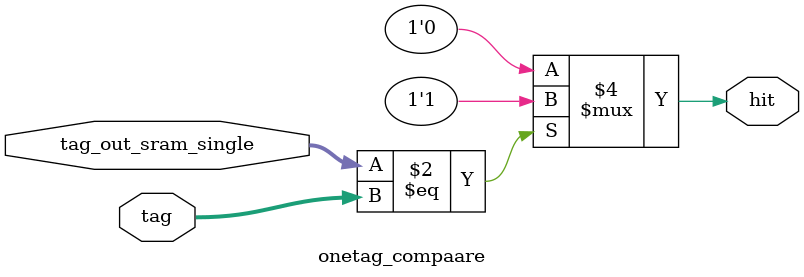
<source format=sv>

module onetag_compaare #(
            parameter       s_way     = 2,
            parameter       s_way_num = 2**s_way,
            parameter       s_plru    = 2**s_way-1,
            parameter       s_offset = 5,
            parameter       s_index  = 4,
            parameter       s_tag    = 32 - s_offset - s_index,
            parameter       s_mask   = 2**s_offset,
            parameter       s_line   = 8*s_mask,
            parameter       num_sets = 2**s_index
)(    
    input logic [s_tag-1:0] tag,
    input logic [s_tag-1:0] tag_out_sram_single,
    output logic hit
);

always_comb
begin 
    if (tag_out_sram_single == tag) begin
        hit = 1'b1;
    end else begin
        hit = 1'b0;    
    end
end


endmodule : onetag_compaare
</source>
